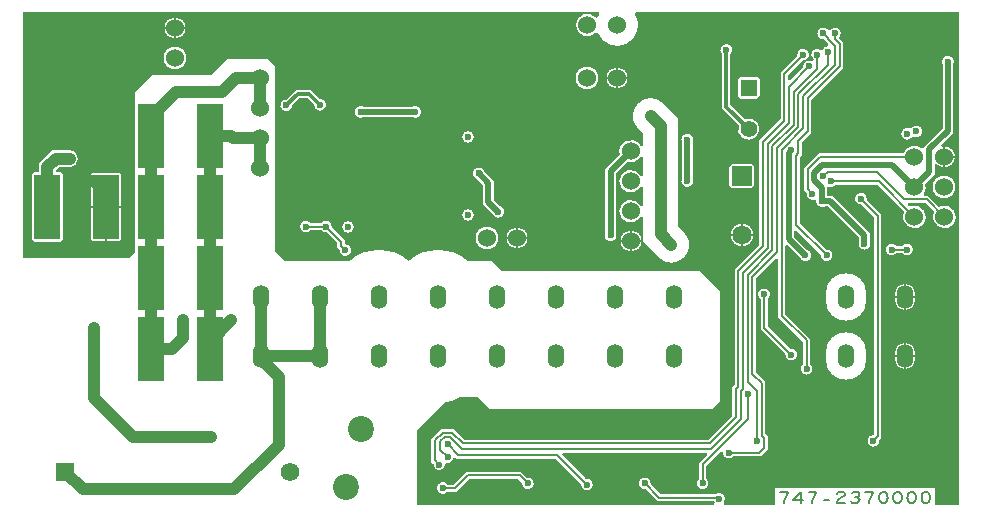
<source format=gbr>
G04 ================== begin FILE IDENTIFICATION RECORD ==================*
G04 Layout Name:  747-2370000 - DALI COMFORT DEEP TinyPower_6.brd*
G04 Film Name:    1_TOP*
G04 File Format:  Gerber RS274X*
G04 File Origin:  Cadence Allegro 17.2-S027*
G04 Origin Date:  Thu Dec 21 11:18:46 2017*
G04 *
G04 Layer:  VIA CLASS/TOP*
G04 Layer:  PIN/TOP*
G04 Layer:  ETCH/TOP*
G04 *
G04 Offset:    (0.000 0.000)*
G04 Mirror:    No*
G04 Mode:      Positive*
G04 Rotation:  0*
G04 FullContactRelief:  No*
G04 UndefLineWidth:     0.150*
G04 ================== end FILE IDENTIFICATION RECORD ====================*
%FSAX35Y35*MOMM*%
%IR0*IPPOS*OFA0.00000B0.00000*MIA0B0*SFA1.00000B1.00000*%
%ADD16C,2.2*%
%ADD19C,1.422*%
%ADD13C,1.524*%
%ADD17C,1.651*%
%ADD20R,1.422X1.422*%
%ADD14C,1.575*%
%ADD18R,1.651X1.651*%
%ADD11R,1.575X1.575*%
%ADD15O,1.4X2.*%
%ADD12C,.6*%
%ADD10R,2.261X5.512*%
%ADD21C,1.*%
%ADD22C,.2*%
%ADD23C,.3*%
%ADD24C,.5*%
%ADD28C,1.004*%
%ADD26C,1.91*%
%ADD27C,1.782*%
%ADD25C,1.928*%
%ADD29O,3.404X4.004*%
%ADD30O,1.658X2.258*%
G75*
%LPD*%
G75*
G36*
G01X-33473800Y42560000D02*
X-33320000Y42560000D01*
X-33220000Y42460000D01*
X-31340000Y42460000D01*
X-31270000Y42530000D01*
X-31270000Y43460000D01*
X-31440000Y43630000D01*
X-33120000Y43630000D01*
X-33200000Y43710000D01*
X-33406700Y43710000D01*
G03X-33910000Y43713000I-00253268J-00270002D01*
G03X-34413300Y43710000I-00250032J-00273002D01*
G01X-34960000Y43710000D01*
X-35040000Y43790000D01*
X-35040000Y45360000D01*
X-35100000Y45420000D01*
X-35450000Y45420000D01*
X-35580000Y45290000D01*
X-36080000Y45290000D01*
X-36230000Y45140000D01*
X-36230000Y43790000D01*
X-36280000Y43740000D01*
X-37171100Y43740000D01*
X-37171100Y45819700D01*
X-32300800Y45819700D01*
G02X-32292200Y45804100I-00000050J-00010198D01*
G03X-32306700Y45775700I00149211J-00094083D01*
G02X-32323900Y45772800I-00009482J00003783D01*
G03X-32323900Y45647200I-00073100J-00062800D01*
G02X-32306700Y45644300I00007718J-00006683D01*
G03X-31993800Y45804100I00163712J00065681D01*
G02X-31985200Y45819700I00008650J00005402D01*
G01X-29251300Y45819700D01*
X-29251300Y41649900D01*
X-29449800Y41649900D01*
X-29449800Y41790200D01*
X-30810200Y41790200D01*
X-30810200Y41649900D01*
X-31234700Y41649900D01*
G02X-31242300Y41666800I00000058J00010185D01*
G03X-31310100Y41740200I-00037629J00033255D01*
G01X-31777500Y41740200D01*
X-31860200Y41822900D01*
X-31860000Y41825300D01*
G03X-31905300Y41780000I-00050000J00004700D01*
G01X-31902900Y41780200D01*
X-31802500Y41679800D01*
X-31326000Y41679800D01*
G03X-31317700Y41666800I00045981J00020207D01*
G02X-31325300Y41649900I-00007658J-00006715D01*
G01X-33840000Y41649900D01*
X-33840000Y42280000D01*
X-33606300Y42513700D01*
X-33604600Y42514000D01*
G03X-33475000Y42559300I-00055234J00366058D01*
G01X-33473800Y42560000D01*
G37*
%LPC*%
G75*
G36*
G01X-32407100Y41869800D02*
X-32404700Y41870000D01*
G02X-32450000Y41824700I00004700J-00050000D01*
G01X-32449800Y41827100D01*
X-32662500Y42039800D01*
X-33502500Y42039800D01*
X-33512800Y42050100D01*
G03X-33530100Y42044100I-00007189J-00007212D01*
G02X-33588000Y42000400I-00049884J00005886D01*
G03X-33599800Y41990300I-00001617J-00010054D01*
G02X-33700000Y41994700I-00050207J-00000227D01*
G01X-33699800Y41997100D01*
X-33717600Y42014900D01*
X-33717600Y42206600D01*
X-33634000Y42290200D01*
X-33526000Y42290200D01*
X-33436000Y42200200D01*
X-31372500Y42200200D01*
X-31167800Y42404900D01*
X-31167800Y42644000D01*
X-31150200Y42661600D01*
X-31150200Y43642500D01*
X-30940200Y43852500D01*
X-30940200Y44733800D01*
X-30760200Y44913800D01*
X-30760200Y45312500D01*
X-30619800Y45452900D01*
X-30620000Y45455300D01*
G02X-30574700Y45410000I00050000J00004700D01*
G01X-30577100Y45410200D01*
X-30699800Y45287500D01*
X-30699800Y45247500D01*
G03X-30682400Y45240300I00010199J00000023D01*
G01X-30569800Y45352900D01*
X-30570000Y45355300D01*
G02X-30495400Y45403800I00049996J00004721D01*
G03X-30480200Y45412600I00005015J00008865D01*
G01X-30480200Y45419800D01*
X-30482000Y45421400D01*
G02X-30419600Y45500000I00032032J00038640D01*
G03X-30404400Y45503400I00006166J00008109D01*
G02X-30362100Y45530200I00044443J-00023365D01*
G03X-30355400Y45547600I-00000476J00010173D01*
G01X-30391200Y45583400D01*
X-30391200Y45584700D01*
G03X-30396500Y45589800I-00005086J00000018D01*
G02X-30357500Y45669100I-00001900J00050175D01*
G03X-30340900Y45669100I00008300J00005931D01*
G02X-30263900Y45605200I00040966J-00028978D01*
G03X-30263800Y45598000I00003690J-00003549D01*
G01X-30229800Y45564000D01*
X-30229800Y45347500D01*
X-30499800Y45077500D01*
X-30499800Y44797600D01*
X-30579800Y44717600D01*
X-30579800Y44612600D01*
X-30599800Y44592600D01*
X-30599800Y44032500D01*
X-30377100Y43809800D01*
X-30374700Y43810000D01*
G02X-30420000Y43764700I00004700J-00050000D01*
G01X-30419800Y43767100D01*
X-30627400Y43974700D01*
G03X-30644800Y43967500I-00007201J-00007223D01*
G01X-30644800Y43918700D01*
X-30533500Y43807400D01*
X-30532500Y43807000D01*
G02X-30597000Y43742500I-00017500J-00047000D01*
G01X-30597400Y43743500D01*
X-30702400Y43848500D01*
G03X-30719800Y43841300I-00007198J-00007230D01*
G01X-30719800Y43262500D01*
X-30509800Y43052500D01*
X-30509800Y42840100D01*
G02X-30570200Y42840100I-00030200J-00040100D01*
G01X-30570200Y43027500D01*
X-30780200Y43237500D01*
X-30780200Y43729300D01*
G03X-30797600Y43736500I-00010199J-00000023D01*
G01X-30969800Y43564300D01*
X-30969800Y42772500D01*
X-30889800Y42692500D01*
X-30889800Y42247400D01*
X-30869800Y42227400D01*
X-30869800Y42117500D01*
X-30927500Y42059800D01*
X-31159900Y42059800D01*
G02X-31250200Y42092200I-00040133J00030183D01*
G03X-31267500Y42099800I-00010152J00000380D01*
G01X-31389800Y41977600D01*
X-31389800Y41870100D01*
G02X-31450200Y41870100I-00030200J-00040100D01*
G01X-31450200Y42002600D01*
X-31380400Y42072400D01*
G03X-31387600Y42089800I-00007223J00007201D01*
G01X-32602500Y42089800D01*
G03X-32609700Y42072400I00000023J-00010199D01*
G01X-32407100Y41869800D01*
G37*
G36*
G01X-31578800Y43956200D02*
G02X-31791200Y43743800I-00106200J-00106200D01*
G01X-31926000Y43878600D01*
X-31926000Y44083400D01*
G03X-31945200Y44088200I-00010204J-00000017D01*
G02X-31945200Y44179800I-00084800J00045800D01*
G03X-31926000Y44184600I00008996J00004817D01*
G01X-31926000Y44337400D01*
G03X-31945200Y44342200I-00010204J-00000017D01*
G02X-31945200Y44433800I-00084800J00045800D01*
G03X-31926000Y44438600I00008996J00004817D01*
G01X-31926000Y44591400D01*
G03X-31945200Y44596200I-00010204J-00000017D01*
G02X-32055400Y44549000I-00084822J00045794D01*
G01X-32058300Y44549800D01*
X-32154800Y44453300D01*
X-32154800Y43951900D01*
X-32154300Y43950900D01*
G02X-32245700Y43950900I-00045700J-00020900D01*
G01X-32245200Y43951900D01*
X-32245200Y44490700D01*
X-32122200Y44613700D01*
X-32123000Y44616600D01*
G02X-31945200Y44687800I00092995J00025373D01*
G03X-31926000Y44692600I00008996J00004817D01*
G01X-31926000Y44793600D01*
X-31966200Y44833800D01*
G02X-31753800Y45046200I00106200J00106200D01*
G01X-31625600Y44918000D01*
X-31625600Y44003000D01*
X-31578800Y43956200D01*
G37*
G36*
G01X-30004800Y43881900D02*
X-30004300Y43880900D01*
G02X-30095700Y43880900I-00045700J-00020900D01*
G01X-30095200Y43881900D01*
X-30095200Y43911300D01*
X-30358700Y44174800D01*
X-30388100Y44174800D01*
X-30389100Y44174300D01*
G02X-30460100Y44222400I-00020856J00045666D01*
G03X-30473600Y44232500I-00010184J00000461D01*
G02X-30540000Y44284700I-00016399J00047471D01*
G01X-30539800Y44287100D01*
X-30560200Y44307500D01*
X-30560200Y44502500D01*
X-30438500Y44624200D01*
X-29718500Y44624200D01*
G02X-29562200Y44665400I00091540J-00030197D01*
G03X-29545200Y44673000I00006810J00007580D01*
G01X-29545200Y44678700D01*
X-29389000Y44834900D01*
X-29389000Y45378100D01*
X-29389500Y45379100D01*
G02X-29298100Y45379100I00045700J00020900D01*
G01X-29298600Y45378100D01*
X-29298600Y44797500D01*
X-29397000Y44699100D01*
G03X-29388100Y44681800I00007196J-00007237D01*
G02X-29437300Y44532300I00015094J-00087813D01*
G03X-29454800Y44525200I-00007308J-00007105D01*
G01X-29454800Y44448300D01*
X-29534800Y44368300D01*
X-29534000Y44365400D01*
G02X-29551200Y44280500I-00092996J-00025352D01*
G03X-29543100Y44264000I00008040J-00006291D01*
G01X-29508300Y44264000D01*
X-29416400Y44172100D01*
X-29413200Y44173600D01*
G02X-29459100Y44129400I00040160J-00087638D01*
G01X-29533300Y44203600D01*
X-29677300Y44203600D01*
G03X-29684500Y44186200I00000023J-00010199D01*
G01X-29670400Y44172100D01*
X-29667200Y44173600D01*
G02X-29713100Y44129400I00040160J-00087638D01*
G01X-29943500Y44359800D01*
X-30289900Y44359800D01*
G02X-30350400Y44344200I-00040055J00030225D01*
G03X-30364800Y44334800I-00004183J-00009322D01*
G01X-30364800Y44265200D01*
X-30321300Y44265200D01*
X-30004800Y43948700D01*
X-30004800Y43881900D01*
G37*
G36*
G01X-32957500Y41930200D02*
X-32907100Y41879800D01*
X-32904700Y41880000D01*
G02X-32950000Y41834700I00004700J-00050000D01*
G01X-32949800Y41837100D01*
X-32982500Y41869800D01*
X-33397500Y41869800D01*
X-33507500Y41759800D01*
X-33579900Y41759800D01*
G02X-33579900Y41820200I-00040100J00030200D01*
G01X-33532500Y41820200D01*
X-33422500Y41930200D01*
X-32957500Y41930200D01*
G37*
G36*
G01X-29977300Y42240100D02*
G03X-29967600Y42250300I-00000509J00010197D01*
G01X-29967600Y44084900D01*
X-30072900Y44190200D01*
X-30075300Y44190000D01*
G02X-30030000Y44235300I-00004700J00050000D01*
G01X-30030200Y44232900D01*
X-29907200Y44109900D01*
X-29907200Y42214900D01*
X-29925000Y42197100D01*
X-29924800Y42194700D01*
G02X-29977300Y42240100I-00049971J-00004730D01*
G37*
G36*
G01X-30869800Y43162500D02*
X-30677100Y42969800D01*
X-30674700Y42970000D01*
G02X-30720000Y42924700I00004700J-00050000D01*
G01X-30719800Y42927100D01*
X-30930200Y43137500D01*
X-30930200Y43389900D01*
G02X-30869800Y43389900I00030200J00040100D01*
G01X-30869800Y43162500D01*
G37*
G36*
G01X-29730100Y43779800D02*
X-29779900Y43779800D01*
G02X-29779900Y43840200I-00040100J00030200D01*
G01X-29730100Y43840200D01*
G02X-29730100Y43779800I00040100J-00030200D01*
G37*
G36*
G01X-36834400Y43894400D02*
G02X-36854600Y43874200I-00020200J0D01*
G01X-37080600Y43874200D01*
G02X-37100800Y43894400I0J00020200D01*
G01X-37100800Y44445600D01*
G02X-37080600Y44465800I00020200J0D01*
G01X-37037800Y44465800D01*
X-37037800Y44537500D01*
X-36925100Y44650200D01*
X-36780000Y44650200D01*
G02X-36780000Y44509800I0J-00070200D01*
G01X-36866900Y44509800D01*
X-36897400Y44479300D01*
X-36897400Y44465800D01*
X-36854600Y44465800D01*
G02X-36834400Y44445600I0J-00020200D01*
G01X-36834400Y43894400D01*
G37*
G36*
G01X-33267600Y44471500D02*
X-33189800Y44393700D01*
X-33189800Y44233700D01*
X-33133500Y44177400D01*
X-33132500Y44177000D01*
G02X-33197000Y44112500I-00017500J-00047000D01*
G01X-33197400Y44113500D01*
X-33280200Y44196300D01*
X-33280200Y44356300D01*
X-33331500Y44407600D01*
X-33332500Y44408000D01*
G02X-33268000Y44472500I00017500J00047000D01*
G01X-33267600Y44471500D01*
G37*
G36*
G01X-31504800Y44718100D02*
X-31504800Y44411900D01*
X-31504300Y44410900D01*
G02X-31595700Y44410900I-00045700J-00020900D01*
G01X-31595200Y44411900D01*
X-31595200Y44718100D01*
X-31595700Y44719100D01*
G02X-31504300Y44719100I00045700J00020900D01*
G01X-31504800Y44718100D01*
G37*
G36*
G01X-31184800Y45034100D02*
X-31064700Y44914000D01*
X-31061700Y44915100D01*
G02X-31114500Y44864200I00031637J-00085653D01*
G01X-31255200Y45004900D01*
X-31255200Y45464200D01*
G02X-31184800Y45464200I00035200J00035800D01*
G01X-31184800Y45034100D01*
G37*
G36*
G01X-29633400Y44765600D02*
G03X-29646700Y44762200I-00004781J-00009011D01*
G02X-29665100Y44834400I-00041801J00027792D01*
G03X-29651800Y44837800I00004781J00009011D01*
G02X-29633400Y44765600I00041801J-00027792D01*
G37*
G36*
G01X-34946600Y45080200D02*
X-34944500Y45080200D01*
X-34864600Y45160200D01*
X-34735400Y45160200D01*
X-34660500Y45085200D01*
X-34658400Y45085200D01*
G02X-34710200Y45033400I-00001600J-00050200D01*
G01X-34710200Y45035500D01*
X-34764600Y45089800D01*
X-34835400Y45089800D01*
X-34894800Y45030500D01*
X-34894800Y45028400D01*
G02X-34946600Y45080200I-00050200J00001600D01*
G37*
G36*
G01X-36598400Y43894400D02*
X-36598400Y44445600D01*
G02X-36585400Y44458500I00012900J0D01*
G01X-36359400Y44458500D01*
G02X-36346400Y44445600I00000100J-00012900D01*
G01X-36346400Y43894400D01*
G02X-36359400Y43881500I-00012900J0D01*
G01X-36585400Y43881500D01*
G02X-36598400Y43894400I-00000100J00012900D01*
G37*
G36*
G01X-31192800Y44347400D02*
X-31192800Y44512600D01*
G02X-31172600Y44532800I00020250J-00000050D01*
G01X-31007400Y44532800D01*
G02X-30987200Y44512600I-00000050J-00020250D01*
G01X-30987200Y44347400D01*
G02X-31007400Y44327200I-00020250J00000050D01*
G01X-31172600Y44327200D01*
G02X-31192800Y44347400I00000050J00020250D01*
G37*
G36*
G01X-31121300Y45108900D02*
X-31121300Y45251100D01*
G02X-31101100Y45271300I00020200J0D01*
G01X-30958900Y45271300D01*
G02X-30938700Y45251100I0J-00020200D01*
G01X-30938700Y45108900D01*
G02X-30958900Y45088700I-00020200J0D01*
G01X-31101100Y45088700D01*
G02X-31121300Y45108900I0J00020200D01*
G37*
G36*
G01X-34452200Y43889900D02*
X-34452200Y43865300D01*
G03X-34442500Y43855100I00010209J-00000003D01*
G02X-34495000Y43809700I-00002529J-00050130D01*
G01X-34494800Y43812100D01*
X-34512600Y43829900D01*
X-34512600Y43864900D01*
X-34602900Y43955200D01*
X-34605300Y43955000D01*
G02X-34650100Y43974800I-00004683J00049988D01*
G01X-34739900Y43974800D01*
G02X-34739900Y44035200I-00040100J00030200D01*
G01X-34650100Y44035200D01*
G02X-34560000Y44000300I00040114J-00030192D01*
G01X-34560200Y43997900D01*
X-34452200Y43889900D01*
G37*
G36*
G01X-34293000Y45020200D02*
X-33877000Y45020200D01*
G02X-33877000Y44929800I00022000J-00045200D01*
G01X-34293000Y44929800D01*
G02X-34293000Y45020200I-00022000J00045200D01*
G37*
G54D28*
X-33405000Y44760000D03*
X-33405000Y44105000D03*
X-34420000Y44005000D03*
G54D26*
X-31090000Y43929600D03*
G54D27*
X-32143000Y45260000D03*
X-32030000Y43880000D03*
X-32993000Y43910000D03*
X-35890000Y45687000D03*
G54D25*
X-29373000Y44340000D03*
X-32397000Y45260000D03*
X-33247000Y43910000D03*
X-35890000Y45433000D03*
G54D29*
X-30210000Y42910000D03*
X-30210000Y43410000D03*
G54D30*
X-29710000Y42910000D03*
X-29710000Y43410000D03*
%LPD*%
G75*
G54D10*
X-36967600Y44170000D03*
X-36472400Y44170000D03*
X-36087600Y42970000D03*
X-36087600Y43570000D03*
X-36087600Y44170000D03*
X-36087600Y44770000D03*
X-35592400Y42970000D03*
X-35592400Y43570000D03*
X-35592400Y44170000D03*
X-35592400Y44770000D03*
G54D11*
X-36820000Y41930000D03*
G54D20*
X-31030000Y45180000D03*
G54D21*
G01X-36780000Y44580000D02*
X-36896000Y44580000D01*
X-36967600Y44508400D01*
X-36967600Y44170000D01*
G01X-36820000Y41930000D02*
X-36670000Y41780000D01*
X-35388600Y41780000D01*
X-35009800Y42158800D01*
X-35009800Y42729800D01*
X-35160000Y42880000D01*
X-35160000Y42910000D01*
G01X-35580000Y42220000D02*
X-36240000Y42220000D01*
X-36573000Y42553000D01*
X-36573000Y43150000D01*
G01X-36472400Y44170000D02*
X-36472400Y44290000D01*
X-36572400Y44390000D01*
X-36670000Y44390000D01*
G01X-35820000Y43210000D02*
X-35820000Y43061700D01*
X-35911700Y42970000D01*
X-36087600Y42970000D01*
G01X-36087600Y43570000D02*
X-36087600Y42970000D01*
G01X-36087600Y43570000D02*
X-36087600Y44170000D01*
G01X-36087600Y44170000D02*
X-36087600Y44770000D01*
G01X-35170000Y45262000D02*
X-35368000Y45262000D01*
X-35490000Y45140000D01*
X-35880000Y45140000D01*
X-36087600Y44932400D01*
X-36087600Y44770000D01*
G01X-35592400Y43027600D02*
X-35410000Y43210000D01*
G01X-35592400Y43027600D02*
X-35592400Y42970000D01*
G01X-35592400Y43570000D02*
X-35592400Y43027600D01*
G01X-35592400Y43570000D02*
X-35592400Y44170000D01*
G01X-35592400Y44770000D02*
X-35592400Y44170000D01*
G01X-35170000Y44754000D02*
X-35400500Y44754000D01*
X-35416500Y44770000D01*
X-35592400Y44770000D01*
G01X-35160000Y43410000D02*
X-35160000Y42910000D01*
G01X-35160000Y42910000D02*
X-34660000Y42910000D01*
G01X-35170000Y44754000D02*
X-35170000Y44500000D01*
G01X-35170000Y45008000D02*
X-35170000Y45262000D01*
G01X-34660000Y43410000D02*
X-34660000Y42910000D01*
G01X-31685000Y43850000D02*
X-31775800Y43940800D01*
X-31775800Y44855800D01*
X-31860000Y44940000D01*
G54D12*
X-36573000Y43150000D03*
X-36670000Y44390000D03*
X-36780000Y44580000D03*
X-35580000Y42220000D03*
X-35410000Y43210000D03*
X-35820000Y43210000D03*
X-34875000Y43852800D03*
X-34780000Y44005000D03*
X-34945000Y45030000D03*
X-35140000Y45670000D03*
X-34445000Y43805000D03*
X-34140000Y44310000D03*
X-34140000Y44210000D03*
X-34610000Y44005000D03*
X-34420000Y44005000D03*
X-34690000Y44690000D03*
X-34389900Y44690000D03*
X-34315000Y44975000D03*
X-34671500Y45316500D03*
X-34381500Y45316500D03*
X-34665000Y45455000D03*
X-34660000Y45035000D03*
X-34670000Y45780000D03*
X-34310000Y45740000D03*
X-33620000Y41790000D03*
X-33580000Y42160000D03*
X-33580000Y42050000D03*
X-33650000Y41990000D03*
X-33590000Y42480000D03*
X-33640000Y44210000D03*
X-33640000Y44110000D03*
X-33640000Y44010000D03*
X-33855000Y44975000D03*
X-33835000Y45505000D03*
X-34090000Y45080000D03*
X-33750000Y45610000D03*
X-33269800Y41700000D03*
X-33140000Y41830000D03*
X-33150000Y44130000D03*
X-33405000Y44105000D03*
X-33315000Y44455000D03*
X-33405000Y44760000D03*
X-33100000Y45570000D03*
X-32640000Y41820000D03*
X-32900000Y41830000D03*
X-32495000Y44315000D03*
X-32710000Y44900000D03*
X-32710000Y44680000D03*
X-32710000Y44460000D03*
X-32535000Y44760000D03*
X-32900000Y45660000D03*
X-32150000Y41820000D03*
X-32400000Y41820000D03*
X-31910000Y41830000D03*
X-32362500Y44315000D03*
X-32200000Y43930000D03*
X-31860000Y44940000D03*
X-31660000Y41820000D03*
X-31280000Y41700000D03*
X-31420000Y41830000D03*
X-31685000Y43850000D03*
X-31550000Y44390000D03*
X-31550000Y44740000D03*
X-31780000Y45170000D03*
X-31700000Y45120000D03*
X-31700000Y45220000D03*
X-30930000Y41700000D03*
X-31200000Y42090000D03*
X-30840000Y42490000D03*
X-31037600Y42590000D03*
X-30960000Y42190000D03*
X-31210000Y43485400D03*
X-30900000Y43430000D03*
X-30910000Y45530000D03*
X-30890000Y45390000D03*
X-30893100Y45023100D03*
X-31220000Y45500000D03*
X-30540000Y42800000D03*
X-30670000Y42920000D03*
X-30370000Y43760000D03*
X-30550000Y43760000D03*
X-30150000Y43880000D03*
X-30300000Y43880000D03*
X-30490000Y44280000D03*
X-30410000Y44220000D03*
X-30330000Y44390000D03*
X-30400000Y44430000D03*
X-30260000Y44710000D03*
X-30280000Y44990000D03*
X-30270000Y44880000D03*
X-30670000Y44650000D03*
X-30450000Y45460000D03*
X-30360000Y45480000D03*
X-30520000Y45360000D03*
X-30570000Y45460000D03*
X-30398400Y45640000D03*
X-30140000Y45686200D03*
X-30300000Y45640000D03*
X-29974800Y42190000D03*
X-30050000Y43860000D03*
X-29690000Y43810000D03*
X-29820000Y43810000D03*
X-29870000Y43890000D03*
X-30080000Y44240000D03*
X-30130000Y44880000D03*
X-30010000Y44710000D03*
X-30020000Y44990000D03*
X-30020000Y44880000D03*
X-30130000Y44760000D03*
X-29680000Y44710000D03*
X-29610000Y44810000D03*
X-29688500Y44790000D03*
X-30130000Y45020000D03*
X-29580000Y45023000D03*
X-29580000Y45277000D03*
X-29810000Y45330000D03*
X-29620000Y45780000D03*
X-29380000Y41720000D03*
X-29410000Y42100000D03*
X-29300000Y43520000D03*
X-29343800Y45400000D03*
X-29340000Y45780000D03*
X-29480000Y45780000D03*
G54D22*
G01X-36472400Y43876400D02*
X-36472400Y44170000D01*
G01X-36603500Y44170000D02*
X-36472400Y44170000D01*
G01X-36472400Y44170000D02*
X-36341300Y44170000D01*
G01X-35890000Y45592800D02*
X-35890000Y45687000D01*
G01X-35890000Y45687000D02*
X-35890000Y45781200D01*
G01X-35984200Y45687000D02*
X-35890000Y45687000D01*
G01X-35890000Y45687000D02*
X-35795800Y45687000D01*
G01X-34780000Y44005000D02*
X-34610000Y44005000D01*
G01X-34445000Y43805000D02*
X-34482400Y43842400D01*
X-34482400Y43877400D01*
X-34610000Y44005000D01*
G01X-33620000Y41790000D02*
X-33520000Y41790000D01*
X-33410000Y41900000D01*
X-32970000Y41900000D01*
X-32900000Y41830000D01*
G01X-30520000Y45360000D02*
X-30690000Y45190000D01*
X-30690000Y44884700D01*
X-30870000Y44704700D01*
X-30870000Y43820000D01*
X-31080000Y43610000D01*
X-31080000Y42632500D01*
X-31097600Y42614900D01*
X-31097600Y42375800D01*
X-31353400Y42120000D01*
X-33455100Y42120000D01*
X-33555100Y42220000D01*
X-33604900Y42220000D01*
X-33640000Y42184900D01*
X-33640000Y42110000D01*
X-33580000Y42050000D01*
G01X-30570000Y45460000D02*
X-30730000Y45300000D01*
X-30730000Y44901300D01*
X-30910000Y44721300D01*
X-30910000Y43840000D01*
X-31120000Y43630000D01*
X-31120000Y42649100D01*
X-31137600Y42631500D01*
X-31137600Y42392400D01*
X-31360000Y42170000D01*
X-33448500Y42170000D01*
X-33538500Y42260000D01*
X-33621500Y42260000D01*
X-33687400Y42194100D01*
X-33687400Y42027400D01*
X-33650000Y41990000D01*
G01X-33580000Y42160000D02*
X-33490000Y42070000D01*
X-32650000Y42070000D01*
X-32400000Y41820000D01*
G01X-33087200Y43910000D02*
X-32993000Y43910000D01*
G01X-32993000Y43815800D02*
X-32993000Y43910000D01*
G01X-32993000Y43910000D02*
X-32993000Y44004200D01*
G01X-32993000Y43910000D02*
X-32898800Y43910000D01*
G01X-31280000Y41700000D02*
X-31290000Y41700000D01*
X-31300000Y41710000D01*
X-31790000Y41710000D01*
X-31910000Y41830000D01*
G01X-32030000Y43785800D02*
X-32030000Y43880000D01*
G01X-32030000Y43880000D02*
X-32030000Y43974200D01*
G01X-32124200Y43880000D02*
X-32030000Y43880000D01*
G01X-32030000Y43880000D02*
X-31935800Y43880000D01*
G01X-32143000Y45165800D02*
X-32143000Y45260000D01*
G01X-32143000Y45260000D02*
X-32143000Y45354200D01*
G01X-32237200Y45260000D02*
X-32143000Y45260000D01*
G01X-32143000Y45260000D02*
X-32048800Y45260000D01*
G01X-31037600Y42590000D02*
X-31037600Y42372500D01*
X-31420000Y41990100D01*
X-31420000Y41830000D01*
G01X-30733300Y41660000D02*
X-30730000Y41681700D01*
X-30725000Y41700000D01*
X-30718300Y41716700D01*
X-30710000Y41735000D01*
X-30696700Y41760000D01*
X-30763300Y41760000D01*
G01X-30590000Y41660000D02*
X-30590000Y41760000D01*
X-30651700Y41688300D01*
X-30568300Y41688300D01*
G01X-30493300Y41660000D02*
X-30490000Y41681700D01*
X-30485000Y41700000D01*
X-30478300Y41716700D01*
X-30470000Y41735000D01*
X-30456700Y41760000D01*
X-30523300Y41760000D01*
G01X-30391700Y41693300D02*
X-30348300Y41693300D01*
G01X-30281700Y41743300D02*
X-30271700Y41753300D01*
X-30260000Y41758300D01*
X-30246700Y41760000D01*
X-30230000Y41756700D01*
X-30218300Y41748300D01*
X-30215000Y41738300D01*
X-30216700Y41728300D01*
X-30223300Y41720000D01*
X-30256700Y41703300D01*
X-30271700Y41691700D01*
X-30281700Y41675000D01*
X-30285000Y41660000D01*
X-30215000Y41660000D01*
G01X-30166700Y41680000D02*
X-30156700Y41668300D01*
X-30143300Y41661700D01*
X-30128300Y41660000D01*
X-30115000Y41661700D01*
X-30101700Y41670000D01*
X-30093300Y41680000D01*
X-30091700Y41690000D01*
X-30095000Y41701700D01*
X-30106700Y41710000D01*
X-30118300Y41713300D01*
X-30133300Y41713300D01*
G01X-30118300Y41713300D02*
X-30108300Y41718300D01*
X-30100000Y41726700D01*
X-30096700Y41736700D01*
X-30100000Y41746700D01*
X-30108300Y41755000D01*
X-30123300Y41760000D01*
X-30138300Y41758300D01*
X-30153300Y41751700D01*
G01X-30013300Y41660000D02*
X-30010000Y41681700D01*
X-30005000Y41700000D01*
X-29998300Y41716700D01*
X-29990000Y41735000D01*
X-29976700Y41760000D01*
X-30043300Y41760000D01*
G01X-29890000Y41760000D02*
X-29903300Y41756700D01*
X-29913300Y41748300D01*
X-29920000Y41738300D01*
X-29925000Y41725000D01*
X-29926700Y41710000D01*
X-29925000Y41695000D01*
X-29920000Y41681700D01*
X-29913300Y41671700D01*
X-29903300Y41663300D01*
X-29890000Y41660000D01*
X-29876700Y41663300D01*
X-29866700Y41671700D01*
X-29860000Y41681700D01*
X-29855000Y41695000D01*
X-29853300Y41710000D01*
X-29855000Y41725000D01*
X-29860000Y41738300D01*
X-29866700Y41748300D01*
X-29876700Y41756700D01*
X-29890000Y41760000D01*
G01X-29770000Y41760000D02*
X-29783300Y41756700D01*
X-29793300Y41748300D01*
X-29800000Y41738300D01*
X-29805000Y41725000D01*
X-29806700Y41710000D01*
X-29805000Y41695000D01*
X-29800000Y41681700D01*
X-29793300Y41671700D01*
X-29783300Y41663300D01*
X-29770000Y41660000D01*
X-29756700Y41663300D01*
X-29746700Y41671700D01*
X-29740000Y41681700D01*
X-29735000Y41695000D01*
X-29733300Y41710000D01*
X-29735000Y41725000D01*
X-29740000Y41738300D01*
X-29746700Y41748300D01*
X-29756700Y41756700D01*
X-29770000Y41760000D01*
G01X-29650000Y41760000D02*
X-29663300Y41756700D01*
X-29673300Y41748300D01*
X-29680000Y41738300D01*
X-29685000Y41725000D01*
X-29686700Y41710000D01*
X-29685000Y41695000D01*
X-29680000Y41681700D01*
X-29673300Y41671700D01*
X-29663300Y41663300D01*
X-29650000Y41660000D01*
X-29636700Y41663300D01*
X-29626700Y41671700D01*
X-29620000Y41681700D01*
X-29615000Y41695000D01*
X-29613300Y41710000D01*
X-29615000Y41725000D01*
X-29620000Y41738300D01*
X-29626700Y41748300D01*
X-29636700Y41756700D01*
X-29650000Y41760000D01*
G01X-29530000Y41760000D02*
X-29543300Y41756700D01*
X-29553300Y41748300D01*
X-29560000Y41738300D01*
X-29565000Y41725000D01*
X-29566700Y41710000D01*
X-29565000Y41695000D01*
X-29560000Y41681700D01*
X-29553300Y41671700D01*
X-29543300Y41663300D01*
X-29530000Y41660000D01*
X-29516700Y41663300D01*
X-29506700Y41671700D01*
X-29500000Y41681700D01*
X-29495000Y41695000D01*
X-29493300Y41710000D01*
X-29495000Y41725000D01*
X-29500000Y41738300D01*
X-29506700Y41748300D01*
X-29516700Y41756700D01*
X-29530000Y41760000D01*
G01X-30360000Y45480000D02*
X-30360000Y45373200D01*
X-30610000Y45123200D01*
X-30610000Y44851500D01*
X-30790000Y44671500D01*
X-30790000Y43786800D01*
X-31000000Y43576800D01*
X-31000000Y42760000D01*
X-30920000Y42680000D01*
X-30920000Y42234900D01*
X-30900000Y42214900D01*
X-30900000Y42130000D01*
X-30940000Y42090000D01*
X-31200000Y42090000D01*
G01X-30450000Y45460000D02*
X-30450000Y45339900D01*
X-30650000Y45139900D01*
X-30650000Y44868100D01*
X-30830000Y44688100D01*
X-30830000Y43803400D01*
X-31040000Y43593400D01*
X-31040000Y42690000D01*
X-30960000Y42610000D01*
X-30960000Y42190000D01*
G01X-30398400Y45640000D02*
X-30361000Y45602600D01*
X-30361000Y45595900D01*
X-30300000Y45534900D01*
X-30300000Y45376600D01*
X-30570000Y45106600D01*
X-30570000Y44834900D01*
X-30750000Y44654900D01*
X-30750000Y43250000D01*
X-30540000Y43040000D01*
X-30540000Y42800000D01*
G01X-30900000Y43430000D02*
X-30900000Y43150000D01*
X-30670000Y42920000D01*
G01X-31090000Y43829000D02*
X-31090000Y43929600D01*
G01X-31090000Y43929600D02*
X-31090000Y44030200D01*
G01X-31190600Y43929600D02*
X-31090000Y43929600D01*
G01X-31090000Y43929600D02*
X-30989400Y43929600D01*
G01X-30300000Y45640000D02*
X-30300000Y45591500D01*
X-30260000Y45551500D01*
X-30260000Y45360000D01*
X-30530000Y45090000D01*
X-30530000Y44810100D01*
X-30610000Y44730100D01*
X-30610000Y44625100D01*
X-30630000Y44605100D01*
X-30630000Y44020000D01*
X-30370000Y43760000D01*
G01X-29627000Y44594000D02*
X-30426000Y44594000D01*
X-30530000Y44490000D01*
X-30530000Y44320000D01*
X-30490000Y44280000D01*
G01X-29627000Y44086000D02*
X-29931000Y44390000D01*
X-30330000Y44390000D01*
G01X-29373000Y44086000D02*
X-29520800Y44233800D01*
X-29713800Y44233800D01*
X-29947400Y44467400D01*
X-30362600Y44467400D01*
X-30400000Y44430000D01*
G01X-29974800Y42190000D02*
X-29937400Y42227400D01*
X-29937400Y44097400D01*
X-30080000Y44240000D01*
G01X-29710000Y42792000D02*
X-29710000Y42910000D01*
G01X-29710000Y42910000D02*
X-29710000Y43028000D01*
G01X-29798000Y42910000D02*
X-29710000Y42910000D01*
G01X-29710000Y42910000D02*
X-29622000Y42910000D01*
G01X-29710000Y43292000D02*
X-29710000Y43410000D01*
G01X-29710000Y43410000D02*
X-29710000Y43528000D01*
G01X-29798000Y43410000D02*
X-29710000Y43410000D01*
G01X-29710000Y43410000D02*
X-29622000Y43410000D01*
G01X-29690000Y43810000D02*
X-29820000Y43810000D01*
G01X-29373000Y44499800D02*
X-29373000Y44594000D01*
G01X-29373000Y44594000D02*
X-29373000Y44688200D01*
G01X-29373000Y44594000D02*
X-29278800Y44594000D01*
G54D13*
X-35890000Y45433000D03*
X-35890000Y45687000D03*
X-35170000Y44500000D03*
X-35170000Y44754000D03*
X-35170000Y45008000D03*
X-35170000Y45262000D03*
X-32993000Y43910000D03*
X-33247000Y43910000D03*
X-32397000Y45260000D03*
X-32397000Y45710000D03*
X-32030000Y43880000D03*
X-32030000Y44134000D03*
X-32030000Y44388000D03*
X-32030000Y44642000D03*
X-32143000Y45260000D03*
X-32143000Y45710000D03*
X-29627000Y44086000D03*
X-29627000Y44340000D03*
X-29627000Y44594000D03*
X-29373000Y44086000D03*
X-29373000Y44340000D03*
X-29373000Y44594000D03*
G54D23*
G01X-34945000Y45030000D02*
X-34850000Y45125000D01*
X-34750000Y45125000D01*
X-34660000Y45035000D01*
G01X-31220000Y45500000D02*
X-31220000Y45019500D01*
X-31030000Y44829500D01*
G54D14*
X-34915000Y41930000D03*
G54D24*
G01X-33855000Y44975000D02*
X-34315000Y44975000D01*
G01X-33150000Y44130000D02*
X-33235000Y44215000D01*
X-33235000Y44375000D01*
X-33315000Y44455000D01*
G01X-32030000Y44642000D02*
X-32200000Y44472000D01*
X-32200000Y43930000D01*
G01X-31550000Y44390000D02*
X-31550000Y44740000D01*
G01X-30670000Y44650000D02*
X-30690000Y44630000D01*
X-30690000Y43900000D01*
X-30550000Y43760000D01*
G01X-30410000Y44220000D02*
X-30410000Y44330000D01*
X-30470000Y44390000D01*
X-30470000Y44393900D01*
X-30475000Y44398900D01*
X-30475000Y44461100D01*
X-30406100Y44530000D01*
X-29817000Y44530000D01*
X-29627000Y44340000D01*
G01X-30050000Y43860000D02*
X-30050000Y43930000D01*
X-30340000Y44220000D01*
X-30410000Y44220000D01*
G01X-29343800Y45400000D02*
X-29343800Y44816200D01*
X-29500000Y44660000D01*
X-29500000Y44467000D01*
X-29627000Y44340000D01*
G54D15*
X-35160000Y42910000D03*
X-34660000Y42910000D03*
X-35160000Y43410000D03*
X-34660000Y43410000D03*
X-34160000Y42910000D03*
X-34160000Y43410000D03*
X-33660000Y42910000D03*
X-33660000Y43410000D03*
X-33160000Y42910000D03*
X-33160000Y43410000D03*
X-32660000Y42910000D03*
X-32660000Y43410000D03*
X-32160000Y42910000D03*
X-32160000Y43410000D03*
X-31660000Y42910000D03*
X-31660000Y43410000D03*
X-30210000Y42910000D03*
X-30210000Y43410000D03*
X-29710000Y42910000D03*
X-29710000Y43410000D03*
G54D16*
X-34440000Y41800000D03*
X-34308500Y42290700D03*
G54D17*
X-31090000Y43929600D03*
G54D18*
X-31090000Y44430000D03*
G54D19*
X-31030000Y44829500D03*
M02*

</source>
